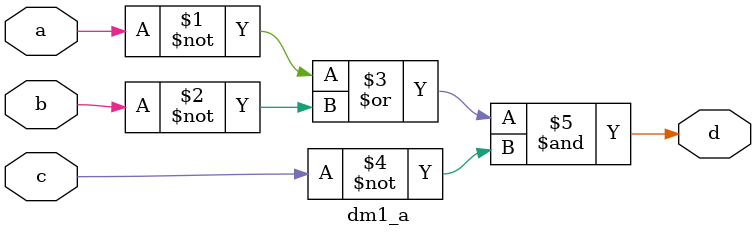
<source format=v>
`timescale 1ns / 1ps

module dm1_a(
    input a, b, c,
    output d
    );

    assign d = (((~a)|(~b))&(~c));

endmodule
</source>
